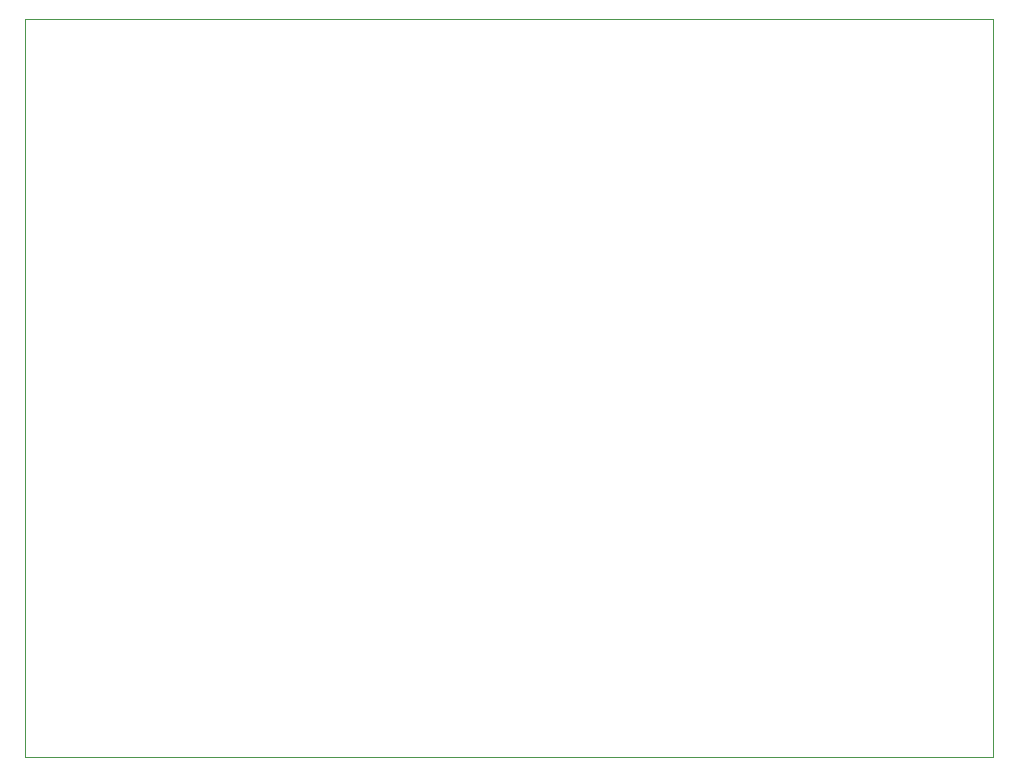
<source format=gbr>
%TF.GenerationSoftware,KiCad,Pcbnew,5.1.9-1.fc32*%
%TF.CreationDate,2021-04-18T22:57:20+02:00*%
%TF.ProjectId,energy-meter,656e6572-6779-42d6-9d65-7465722e6b69,rev?*%
%TF.SameCoordinates,Original*%
%TF.FileFunction,Profile,NP*%
%FSLAX46Y46*%
G04 Gerber Fmt 4.6, Leading zero omitted, Abs format (unit mm)*
G04 Created by KiCad (PCBNEW 5.1.9-1.fc32) date 2021-04-18 22:57:20*
%MOMM*%
%LPD*%
G01*
G04 APERTURE LIST*
%TA.AperFunction,Profile*%
%ADD10C,0.050000*%
%TD*%
G04 APERTURE END LIST*
D10*
X103067000Y-155835000D02*
X103267000Y-155835000D01*
X103067000Y-146435000D02*
X103067000Y-155835000D01*
X103067000Y-93335000D02*
X103067000Y-146435000D01*
X185067000Y-155835000D02*
X103267000Y-155835000D01*
X185067000Y-101335000D02*
X185067000Y-155835000D01*
X185067000Y-93335000D02*
X103067000Y-93335000D01*
X185067000Y-101335000D02*
X185067000Y-93335000D01*
M02*

</source>
